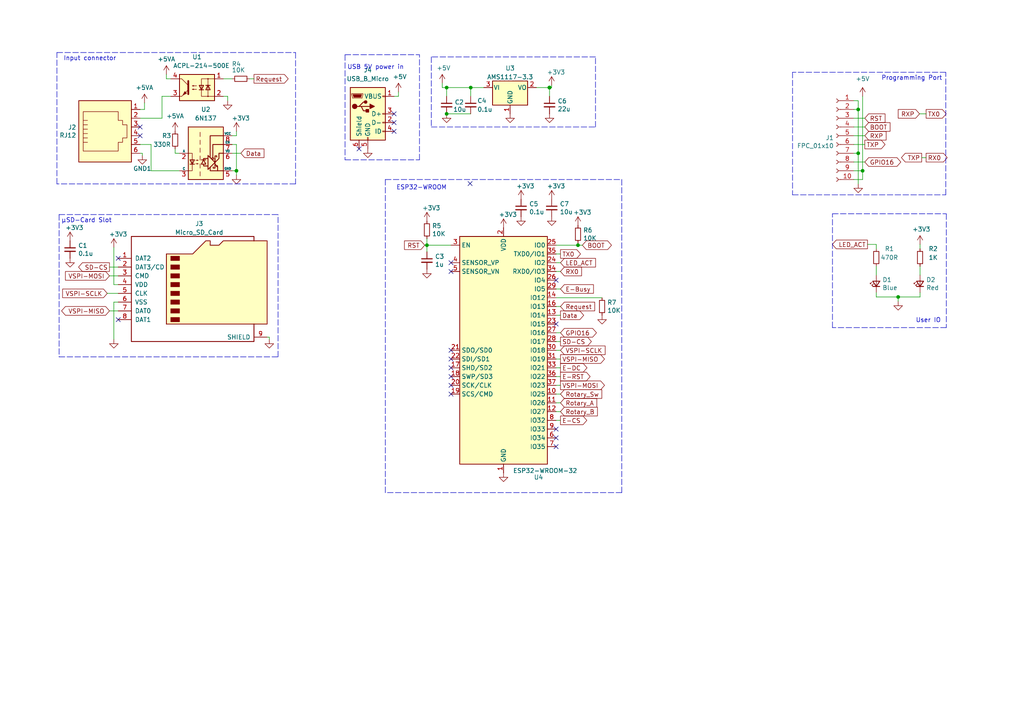
<source format=kicad_sch>
(kicad_sch (version 20211123) (generator eeschema)
  (paper "A4")
  (title_block (title "HAN Converter") (rev "1.0") (company "Sani7") (comment 1 "github.com/Sani7/SEM") (comment 2 "(c) Sander Speetjens"))
  (lib_symbols
    (symbol "Connector:Conn_01x10_Female" (pin_names (offset 1.016) hide)
      (property "Reference" "J" (at 0 12.7 0))
      (property "Value" "Conn_01x10_Female" (at 0 -15.24 0))
      (symbol "Conn_01x10_Female_1_1"
        (arc (start 0 -12.192) (mid -0.508 -12.7) (end 0 -13.208) (stroke (width 0.1524)))
        (arc (start 0 -9.652) (mid -0.508 -10.16) (end 0 -10.668) (stroke (width 0.1524)))
        (arc (start 0 -7.112) (mid -0.508 -7.62) (end 0 -8.128) (stroke (width 0.1524)))
        (arc (start 0 -4.572) (mid -0.508 -5.08) (end 0 -5.588) (stroke (width 0.1524)))
        (arc (start 0 -2.032) (mid -0.508 -2.54) (end 0 -3.048) (stroke (width 0.1524)))
        (polyline (pts (xy -1.27 -12.7) (xy -0.508 -12.7)) (stroke (width 0.1524)))
        (polyline (pts (xy -1.27 -10.16) (xy -0.508 -10.16)) (stroke (width 0.1524)))
        (polyline (pts (xy -1.27 -7.62) (xy -0.508 -7.62)) (stroke (width 0.1524)))
        (polyline (pts (xy -1.27 -5.08) (xy -0.508 -5.08)) (stroke (width 0.1524)))
        (polyline (pts (xy -1.27 -2.54) (xy -0.508 -2.54)) (stroke (width 0.1524)))
        (polyline (pts (xy -1.27 0) (xy -0.508 0)) (stroke (width 0.1524)))
        (polyline (pts (xy -1.27 2.54) (xy -0.508 2.54)) (stroke (width 0.1524)))
        (polyline (pts (xy -1.27 5.08) (xy -0.508 5.08)) (stroke (width 0.1524)))
        (polyline (pts (xy -1.27 7.62) (xy -0.508 7.62)) (stroke (width 0.1524)))
        (polyline (pts (xy -1.27 10.16) (xy -0.508 10.16)) (stroke (width 0.1524)))
        (arc (start 0 0.508) (mid -0.508 0) (end 0 -0.508) (stroke (width 0.1524)))
        (arc (start 0 3.048) (mid -0.508 2.54) (end 0 2.032) (stroke (width 0.1524)))
        (arc (start 0 5.588) (mid -0.508 5.08) (end 0 4.572) (stroke (width 0.1524)))
        (arc (start 0 8.128) (mid -0.508 7.62) (end 0 7.112) (stroke (width 0.1524)))
        (arc (start 0 10.668) (mid -0.508 10.16) (end 0 9.652) (stroke (width 0.1524)))
        (pin passive line (at -5.08 10.16 0) (length 3.81) (name "Pin_1") (number "1"))
        (pin passive line (at -5.08 -12.7 0) (length 3.81) (name "Pin_10") (number "10"))
        (pin passive line (at -5.08 7.62 0) (length 3.81) (name "Pin_2") (number "2"))
        (pin passive line (at -5.08 5.08 0) (length 3.81) (name "Pin_3") (number "3"))
        (pin passive line (at -5.08 2.54 0) (length 3.81) (name "Pin_4") (number "4"))
        (pin passive line (at -5.08 0 0) (length 3.81) (name "Pin_5") (number "5"))
        (pin passive line (at -5.08 -2.54 0) (length 3.81) (name "Pin_6") (number "6"))
        (pin passive line (at -5.08 -5.08 0) (length 3.81) (name "Pin_7") (number "7"))
        (pin passive line (at -5.08 -7.62 0) (length 3.81) (name "Pin_8") (number "8"))
        (pin passive line (at -5.08 -10.16 0) (length 3.81) (name "Pin_9") (number "9"))
      )
    )
    (symbol "Connector:Micro_SD_Card" (pin_names (offset 1.016))
      (property "Reference" "J" (at -16.51 15.24 0))
      (property "Value" "Micro_SD_Card" (at 16.51 15.24 0))
      (symbol "Micro_SD_Card_0_1"
        (rectangle (start -7.62 -9.525) (end -5.08 -10.795) (fill (type outline)))
        (rectangle (start -7.62 -6.985) (end -5.08 -8.255) (fill (type outline)))
        (rectangle (start -7.62 -4.445) (end -5.08 -5.715) (fill (type outline)))
        (rectangle (start -7.62 -1.905) (end -5.08 -3.175) (fill (type outline)))
        (rectangle (start -7.62 0.635) (end -5.08 -0.635) (fill (type outline)))
        (rectangle (start -7.62 3.175) (end -5.08 1.905) (fill (type outline)))
        (rectangle (start -7.62 5.715) (end -5.08 4.445) (fill (type outline)))
        (rectangle (start -7.62 8.255) (end -5.08 6.985) (fill (type outline)))
        (polyline (pts (xy 16.51 12.7) (xy 16.51 13.97) (xy -19.05 13.97) (xy -19.05 -16.51) (xy 16.51 -16.51) (xy 16.51 -11.43)) (stroke (width 0.254)))
        (polyline (pts (xy -8.89 -11.43) (xy -8.89 8.89) (xy -1.27 8.89) (xy 2.54 12.7) (xy 3.81 12.7) (xy 3.81 11.43) (xy 6.35 11.43) (xy 7.62 12.7) (xy 20.32 12.7) (xy 20.32 -11.43) (xy -8.89 -11.43)) (stroke (width 0.254)) (fill (type background)))
      )
      (symbol "Micro_SD_Card_1_1"
        (pin bidirectional line (at -22.86 7.62 0) (length 3.81) (name "DAT2") (number "1"))
        (pin bidirectional line (at -22.86 5.08 0) (length 3.81) (name "DAT3/CD") (number "2"))
        (pin input line (at -22.86 2.54 0) (length 3.81) (name "CMD") (number "3"))
        (pin power_in line (at -22.86 0 0) (length 3.81) (name "VDD") (number "4"))
        (pin input line (at -22.86 -2.54 0) (length 3.81) (name "CLK") (number "5"))
        (pin power_in line (at -22.86 -5.08 0) (length 3.81) (name "VSS") (number "6"))
        (pin bidirectional line (at -22.86 -7.62 0) (length 3.81) (name "DAT0") (number "7"))
        (pin bidirectional line (at -22.86 -10.16 0) (length 3.81) (name "DAT1") (number "8"))
        (pin passive line (at 20.32 -15.24 180) (length 3.81) (name "SHIELD") (number "9"))
      )
    )
    (symbol "Connector:RJ12" (pin_names (offset 1.016))
      (property "Reference" "J" (at -5.08 11.43 0))
      (property "Value" "RJ12" (at 2.54 11.43 0))
      (symbol "RJ12_0_1"
        (polyline (pts (xy -6.35 -1.905) (xy -5.08 -1.905) (xy -5.08 -1.905)))
        (polyline (pts (xy -6.35 -0.635) (xy -5.08 -0.635) (xy -5.08 -0.635)))
        (polyline (pts (xy -6.35 0.635) (xy -5.08 0.635) (xy -5.08 0.635)))
        (polyline (pts (xy -6.35 1.905) (xy -5.08 1.905) (xy -5.08 1.905)))
        (polyline (pts (xy -6.35 3.175) (xy -5.08 3.175) (xy -5.08 3.175)))
        (polyline (pts (xy -5.08 4.445) (xy -6.35 4.445) (xy -6.35 4.445)))
        (polyline (pts (xy -6.35 -4.445) (xy -6.35 6.985) (xy 3.81 6.985) (xy 3.81 4.445) (xy 5.08 4.445) (xy 5.08 3.175) (xy 6.35 3.175) (xy 6.35 -0.635) (xy 5.08 -0.635) (xy 5.08 -1.905) (xy 3.81 -1.905) (xy 3.81 -4.445) (xy -6.35 -4.445) (xy -6.35 -4.445)))
        (rectangle (start 7.62 10.16) (end -7.62 -7.62) (stroke (width 0.254)) (fill (type background)))
      )
      (symbol "RJ12_1_1"
        (pin passive line (at 10.16 -5.08 180) (length 2.54) (name "~") (number "1"))
        (pin passive line (at 10.16 -2.54 180) (length 2.54) (name "~") (number "2"))
        (pin passive line (at 10.16 0 180) (length 2.54) (name "~") (number "3"))
        (pin passive line (at 10.16 2.54 180) (length 2.54) (name "~") (number "4"))
        (pin passive line (at 10.16 5.08 180) (length 2.54) (name "~") (number "5"))
        (pin passive line (at 10.16 7.62 180) (length 2.54) (name "~") (number "6"))
      )
    )
    (symbol "Connector:USB_B_Micro" (pin_names (offset 1.016))
      (property "Reference" "J" (at -5.08 11.43 0))
      (property "Value" "USB_B_Micro" (at -5.08 8.89 0))
      (symbol "USB_B_Micro_0_1"
        (rectangle (start -5.08 -7.62) (end 5.08 7.62) (stroke (width 0.254)) (fill (type background)))
        (circle (center -3.81 2.159) (radius 0.635) (stroke (width 0.254)) (fill (type outline)))
        (circle (center -0.635 3.429) (radius 0.381) (stroke (width 0.254)) (fill (type outline)))
        (rectangle (start -0.127 -7.62) (end 0.127 -6.858))
        (polyline (pts (xy -1.905 2.159) (xy 0.635 2.159)) (stroke (width 0.254)))
        (polyline (pts (xy -3.175 2.159) (xy -2.54 2.159) (xy -1.27 3.429) (xy -0.635 3.429)) (stroke (width 0.254)))
        (polyline (pts (xy -2.54 2.159) (xy -1.905 2.159) (xy -1.27 0.889) (xy 0 0.889)) (stroke (width 0.254)))
        (polyline (pts (xy 0.635 2.794) (xy 0.635 1.524) (xy 1.905 2.159) (xy 0.635 2.794)) (stroke (width 0.254)) (fill (type outline)))
        (polyline (pts (xy -4.318 5.588) (xy -1.778 5.588) (xy -2.032 4.826) (xy -4.064 4.826) (xy -4.318 5.588)) (fill (type outline)))
        (polyline (pts (xy -4.699 5.842) (xy -4.699 5.588) (xy -4.445 4.826) (xy -4.445 4.572) (xy -1.651 4.572) (xy -1.651 4.826) (xy -1.397 5.588) (xy -1.397 5.842) (xy -4.699 5.842)))
        (rectangle (start 0.254 1.27) (end -0.508 0.508) (stroke (width 0.254)) (fill (type outline)))
        (rectangle (start 5.08 -5.207) (end 4.318 -4.953))
        (rectangle (start 5.08 -2.667) (end 4.318 -2.413))
        (rectangle (start 5.08 -0.127) (end 4.318 0.127))
        (rectangle (start 5.08 4.953) (end 4.318 5.207))
      )
      (symbol "USB_B_Micro_1_1"
        (pin power_out line (at 7.62 5.08 180) (length 2.54) (name "VBUS") (number "1"))
        (pin bidirectional line (at 7.62 -2.54 180) (length 2.54) (name "D-") (number "2"))
        (pin bidirectional line (at 7.62 0 180) (length 2.54) (name "D+") (number "3"))
        (pin passive line (at 7.62 -5.08 180) (length 2.54) (name "ID") (number "4"))
        (pin power_out line (at 0 -10.16 90) (length 2.54) (name "GND") (number "5"))
        (pin passive line (at -2.54 -10.16 90) (length 2.54) (name "Shield") (number "6"))
      )
    )
    (symbol "Device:C_Small" (pin_numbers hide) (pin_names (offset 0.254) hide)
      (property "Reference" "C" (at 0.254 1.778 0))
      (property "Value" "C_Small" (at 0.254 -2.032 0))
      (symbol "C_Small_0_1"
        (polyline (pts (xy -1.524 -0.508) (xy 1.524 -0.508)) (stroke (width 0.3302)))
        (polyline (pts (xy -1.524 0.508) (xy 1.524 0.508)) (stroke (width 0.3048)))
      )
      (symbol "C_Small_1_1"
        (pin passive line (at 0 2.54 270) (length 2.032) (name "~") (number "1"))
        (pin passive line (at 0 -2.54 90) (length 2.032) (name "~") (number "2"))
      )
    )
    (symbol "Device:LED_Small" (pin_numbers hide) (pin_names (offset 0.254) hide)
      (property "Reference" "D" (at -1.27 3.175 0))
      (property "Value" "LED_Small" (at -4.445 -2.54 0))
      (symbol "LED_Small_0_1"
        (polyline (pts (xy -0.762 -1.016) (xy -0.762 1.016)) (stroke (width 0.254)))
        (polyline (pts (xy 1.016 0) (xy -0.762 0)))
        (polyline (pts (xy 0.762 -1.016) (xy -0.762 0) (xy 0.762 1.016) (xy 0.762 -1.016)) (stroke (width 0.254)))
        (polyline (pts (xy 0 0.762) (xy -0.508 1.27) (xy -0.254 1.27) (xy -0.508 1.27) (xy -0.508 1.016)))
        (polyline (pts (xy 0.508 1.27) (xy 0 1.778) (xy 0.254 1.778) (xy 0 1.778) (xy 0 1.524)))
      )
      (symbol "LED_Small_1_1"
        (pin passive line (at -2.54 0 0) (length 1.778) (name "K") (number "1"))
        (pin passive line (at 2.54 0 180) (length 1.778) (name "A") (number "2"))
      )
    )
    (symbol "Device:R_Small" (pin_numbers hide) (pin_names (offset 0.254) hide)
      (property "Reference" "R" (at 0.762 0.508 0))
      (property "Value" "R_Small" (at 0.762 -1.016 0))
      (symbol "R_Small_0_1"
        (rectangle (start -0.762 1.778) (end 0.762 -1.778) (stroke (width 0.2032)))
      )
      (symbol "R_Small_1_1"
        (pin passive line (at 0 2.54 270) (length 0.762) (name "~") (number "1"))
        (pin passive line (at 0 -2.54 90) (length 0.762) (name "~") (number "2"))
      )
    )
    (symbol "Isolator:6N137" (pin_names (offset 0))
      (property "Reference" "U" (at -4.064 8.89 0))
      (property "Value" "6N137" (at 0 -8.89 0))
      (symbol "6N137_0_1"
        (polyline (pts (xy 2.667 -3.556) (xy 2.667 -1.651)) (stroke (width 0.254)))
        (polyline (pts (xy 2.667 -2.159) (xy 2.667 -2.921)) (stroke (width 0.254)))
        (polyline (pts (xy 3.429 -3.937) (xy 3.429 -5.08)) (stroke (width 0.254)))
        (polyline (pts (xy -0.635 -3.302) (xy -0.635 -3.683) (xy 0.635 -3.683)) (stroke (width 0.254)))
        (polyline (pts (xy -0.635 -1.905) (xy -0.635 -1.524) (xy 0.508 -1.524)) (stroke (width 0.254)))
        (polyline (pts (xy 1.27 -4.064) (xy 1.27 -5.08) (xy 5.08 -5.08)) (stroke (width 0.254)))
        (polyline (pts (xy 1.27 -1.27) (xy 1.27 5.08) (xy 5.08 5.08)) (stroke (width 0.254)))
        (polyline (pts (xy 2.032 -1.27) (xy 2.032 2.54) (xy 5.08 2.54)) (stroke (width 0.254)))
        (polyline (pts (xy -5.08 -5.08) (xy -3.937 -5.08) (xy -3.937 0) (xy -5.08 0)))
        (polyline (pts (xy 2.667 -3.302) (xy 2.667 -4.318) (xy 2.159 -4.318) (xy 2.159 -3.937)) (stroke (width 0.254)))
        (polyline (pts (xy 2.667 -2.667) (xy 0.635 -4.699) (xy 0.635 -0.635) (xy 2.667 -2.667)) (stroke (width 0.254)))
        (polyline (pts (xy 2.667 -1.778) (xy 2.667 -0.762) (xy 3.175 -0.762) (xy 3.175 -1.143)) (stroke (width 0.254)))
        (polyline (pts (xy 2.794 -2.54) (xy 3.81 -1.524) (xy 3.81 0) (xy 5.08 0)) (stroke (width 0.254)))
        (polyline (pts (xy 2.667 -3.175) (xy 3.429 -3.937) (xy 3.302 -3.556) (xy 3.048 -3.81) (xy 3.429 -3.937)) (stroke (width 0.254)))
        (circle (center 2.032 -1.524) (radius 0.254) (stroke (width 0.254)))
      )
      (symbol "6N137_1_1"
        (rectangle (start -5.08 7.62) (end 5.08 -7.62) (stroke (width 0.254)) (fill (type background)))
        (polyline (pts (xy -4.572 -3.175) (xy -3.302 -3.175)) (stroke (width 0.254)))
        (polyline (pts (xy -1.651 -5.334) (xy -1.651 -6.604)))
        (polyline (pts (xy -1.651 -3.048) (xy -1.651 -4.318)))
        (polyline (pts (xy -1.651 -0.762) (xy -1.651 -2.032)))
        (polyline (pts (xy -1.651 1.524) (xy -1.651 0.254)))
        (polyline (pts (xy -1.651 3.81) (xy -1.651 2.54)))
        (polyline (pts (xy -1.651 6.096) (xy -1.651 4.826)))
        (polyline (pts (xy -1.27 -1.905) (xy 0 -1.905)) (stroke (width 0.254)))
        (polyline (pts (xy -3.937 -3.175) (xy -4.572 -1.905) (xy -3.302 -1.905) (xy -3.937 -3.175)) (stroke (width 0.254)))
        (polyline (pts (xy -0.635 -1.905) (xy -1.27 -3.175) (xy 0 -3.175) (xy -0.635 -1.905)) (stroke (width 0.254)))
        (polyline (pts (xy -2.921 -3.048) (xy -2.159 -3.048) (xy -2.54 -3.175) (xy -2.54 -2.921) (xy -2.159 -3.048)) (stroke (width 0.127)))
        (polyline (pts (xy -2.921 -2.032) (xy -2.159 -2.032) (xy -2.54 -2.159) (xy -2.54 -1.905) (xy -2.159 -2.032)) (stroke (width 0.127)))
        (pin no_connect line (at -5.08 5.08 0) (length 2.54) hide (name "NC") (number "1"))
        (pin passive line (at -7.62 0 0) (length 2.54) (name "A") (number "2"))
        (pin passive line (at -7.62 -5.08 0) (length 2.54) (name "C") (number "3"))
        (pin power_in line (at 7.62 -5.08 180) (length 2.54) (name "GND") (number "5"))
        (pin open_collector line (at 7.62 0 180) (length 2.54) (name "VO") (number "6"))
        (pin input line (at 7.62 2.54 180) (length 2.54) (name "EN") (number "7"))
        (pin power_in line (at 7.62 5.08 180) (length 2.54) (name "VCC") (number "8"))
      )
    )
    (symbol "Isolator:ACPL-214-500E" (pin_names (offset 1.016))
      (property "Reference" "U" (at -5.08 5.08 0))
      (property "Value" "ACPL-214-500E" (at 0 5.08 0))
      (symbol "ACPL-214-500E_0_1"
        (rectangle (start -5.08 3.81) (end 5.08 -3.81) (stroke (width 0.254)) (fill (type background)))
        (circle (center -3.175 -2.54) (radius 0.127))
        (circle (center -3.175 2.54) (radius 0.127))
        (polyline (pts (xy -3.81 0.635) (xy -2.54 0.635)) (stroke (width 0.254)))
        (polyline (pts (xy -3.175 -0.635) (xy -3.175 -2.54)))
        (polyline (pts (xy -3.175 -0.635) (xy -3.175 2.54)))
        (polyline (pts (xy -1.905 -0.635) (xy -0.635 -0.635)) (stroke (width 0.254)))
        (polyline (pts (xy 2.54 0.635) (xy 4.445 2.54)))
        (polyline (pts (xy 4.445 -2.54) (xy 2.54 -0.635)) (fill (type outline)))
        (polyline (pts (xy 4.445 -2.54) (xy 5.08 -2.54)))
        (polyline (pts (xy 4.445 2.54) (xy 5.08 2.54)))
        (polyline (pts (xy -5.08 2.54) (xy -1.27 2.54) (xy -1.27 -0.635)))
        (polyline (pts (xy -1.27 -0.635) (xy -1.27 -2.54) (xy -5.08 -2.54)))
        (polyline (pts (xy 2.54 1.905) (xy 2.54 -1.905) (xy 2.54 -1.905)) (stroke (width 0.508)))
        (polyline (pts (xy -3.175 0.635) (xy -3.81 -0.635) (xy -2.54 -0.635) (xy -3.175 0.635)) (stroke (width 0.254)))
        (polyline (pts (xy -1.27 -0.635) (xy -1.905 0.635) (xy -0.635 0.635) (xy -1.27 -0.635)) (stroke (width 0.254)))
        (polyline (pts (xy 0.127 -0.508) (xy 1.397 -0.508) (xy 1.016 -0.635) (xy 1.016 -0.381) (xy 1.397 -0.508)))
        (polyline (pts (xy 0.127 0.508) (xy 1.397 0.508) (xy 1.016 0.381) (xy 1.016 0.635) (xy 1.397 0.508)))
        (polyline (pts (xy 3.048 -1.651) (xy 3.556 -1.143) (xy 4.064 -2.159) (xy 3.048 -1.651) (xy 3.048 -1.651)) (fill (type outline)))
      )
      (symbol "ACPL-214-500E_1_1"
        (pin passive line (at -7.62 2.54 0) (length 2.54) (name "~") (number "1"))
        (pin passive line (at -7.62 -2.54 0) (length 2.54) (name "~") (number "2"))
        (pin passive line (at 7.62 -2.54 180) (length 2.54) (name "~") (number "3"))
        (pin passive line (at 7.62 2.54 180) (length 2.54) (name "~") (number "4"))
      )
    )
    (symbol "RF_Module:ESP32-WROOM-32"
      (property "Reference" "U" (at -12.7 34.29 0))
      (property "Value" "ESP32-WROOM-32" (at 1.27 34.29 0))
      (symbol "ESP32-WROOM-32_0_1"
        (rectangle (start -12.7 33.02) (end 12.7 -33.02) (stroke (width 0.254)) (fill (type background)))
      )
      (symbol "ESP32-WROOM-32_1_1"
        (pin power_in line (at 0 -35.56 90) (length 2.54) (name "GND") (number "1"))
        (pin bidirectional line (at 15.24 -12.7 180) (length 2.54) (name "IO25") (number "10"))
        (pin bidirectional line (at 15.24 -15.24 180) (length 2.54) (name "IO26") (number "11"))
        (pin bidirectional line (at 15.24 -17.78 180) (length 2.54) (name "IO27") (number "12"))
        (pin bidirectional line (at 15.24 10.16 180) (length 2.54) (name "IO14") (number "13"))
        (pin bidirectional line (at 15.24 15.24 180) (length 2.54) (name "IO12") (number "14"))
        (pin passive line (at 0 -35.56 90) (length 2.54) hide (name "GND") (number "15"))
        (pin bidirectional line (at 15.24 12.7 180) (length 2.54) (name "IO13") (number "16"))
        (pin bidirectional line (at -15.24 -5.08 0) (length 2.54) (name "SHD/SD2") (number "17"))
        (pin bidirectional line (at -15.24 -7.62 0) (length 2.54) (name "SWP/SD3") (number "18"))
        (pin bidirectional line (at -15.24 -12.7 0) (length 2.54) (name "SCS/CMD") (number "19"))
        (pin power_in line (at 0 35.56 270) (length 2.54) (name "VDD") (number "2"))
        (pin bidirectional line (at -15.24 -10.16 0) (length 2.54) (name "SCK/CLK") (number "20"))
        (pin bidirectional line (at -15.24 0 0) (length 2.54) (name "SDO/SD0") (number "21"))
        (pin bidirectional line (at -15.24 -2.54 0) (length 2.54) (name "SDI/SD1") (number "22"))
        (pin bidirectional line (at 15.24 7.62 180) (length 2.54) (name "IO15") (number "23"))
        (pin bidirectional line (at 15.24 25.4 180) (length 2.54) (name "IO2") (number "24"))
        (pin bidirectional line (at 15.24 30.48 180) (length 2.54) (name "IO0") (number "25"))
        (pin bidirectional line (at 15.24 20.32 180) (length 2.54) (name "IO4") (number "26"))
        (pin bidirectional line (at 15.24 5.08 180) (length 2.54) (name "IO16") (number "27"))
        (pin bidirectional line (at 15.24 2.54 180) (length 2.54) (name "IO17") (number "28"))
        (pin bidirectional line (at 15.24 17.78 180) (length 2.54) (name "IO5") (number "29"))
        (pin input line (at -15.24 30.48 0) (length 2.54) (name "EN") (number "3"))
        (pin bidirectional line (at 15.24 0 180) (length 2.54) (name "IO18") (number "30"))
        (pin bidirectional line (at 15.24 -2.54 180) (length 2.54) (name "IO19") (number "31"))
        (pin no_connect line (at -12.7 -27.94 0) (length 2.54) hide (name "NC") (number "32"))
        (pin bidirectional line (at 15.24 -5.08 180) (length 2.54) (name "IO21") (number "33"))
        (pin bidirectional line (at 15.24 22.86 180) (length 2.54) (name "RXD0/IO3") (number "34"))
        (pin bidirectional line (at 15.24 27.94 180) (length 2.54) (name "TXD0/IO1") (number "35"))
        (pin bidirectional line (at 15.24 -7.62 180) (length 2.54) (name "IO22") (number "36"))
        (pin bidirectional line (at 15.24 -10.16 180) (length 2.54) (name "IO23") (number "37"))
        (pin passive line (at 0 -35.56 90) (length 2.54) hide (name "GND") (number "38"))
        (pin passive line (at 0 -35.56 90) (length 2.54) hide (name "GND") (number "39"))
        (pin input line (at -15.24 25.4 0) (length 2.54) (name "SENSOR_VP") (number "4"))
        (pin input line (at -15.24 22.86 0) (length 2.54) (name "SENSOR_VN") (number "5"))
        (pin input line (at 15.24 -25.4 180) (length 2.54) (name "IO34") (number "6"))
        (pin input line (at 15.24 -27.94 180) (length 2.54) (name "IO35") (number "7"))
        (pin bidirectional line (at 15.24 -20.32 180) (length 2.54) (name "IO32") (number "8"))
        (pin bidirectional line (at 15.24 -22.86 180) (length 2.54) (name "IO33") (number "9"))
      )
    )
    (symbol "Regulator_Linear:AMS1117-3.3" (pin_names (offset 0.254))
      (property "Reference" "U" (at -3.81 3.175 0))
      (property "Value" "AMS1117-3.3" (at 0 3.175 0))
      (symbol "AMS1117-3.3_0_1"
        (rectangle (start -5.08 -5.08) (end 5.08 1.905) (stroke (width 0.254)) (fill (type background)))
      )
      (symbol "AMS1117-3.3_1_1"
        (pin power_in line (at 0 -7.62 90) (length 2.54) (name "GND") (number "1"))
        (pin power_out line (at 7.62 0 180) (length 2.54) (name "VO") (number "2"))
        (pin power_in line (at -7.62 0 0) (length 2.54) (name "VI") (number "3"))
      )
    )
    (symbol "power:+3.3V" (power) (pin_names (offset 0))
      (property "Value" "+3.3V" (at 0 3.556 0))
      (symbol "+3.3V_0_1"
        (polyline (pts (xy -0.762 1.27) (xy 0 2.54)))
        (polyline (pts (xy 0 0) (xy 0 2.54)))
        (polyline (pts (xy 0 2.54) (xy 0.762 1.27)))
      )
      (symbol "+3.3V_1_1"
        (pin power_in line (at 0 0 90) (length 0) hide (name "+3V3") (number "1"))
      )
    )
    (symbol "power:+5V" (power) (pin_names (offset 0))
      (property "Value" "+5V" (at 0 3.556 0))
      (symbol "+5V_0_1"
        (polyline (pts (xy -0.762 1.27) (xy 0 2.54)))
        (polyline (pts (xy 0 0) (xy 0 2.54)))
        (polyline (pts (xy 0 2.54) (xy 0.762 1.27)))
      )
      (symbol "+5V_1_1"
        (pin power_in line (at 0 0 90) (length 0) hide (name "+5V") (number "1"))
      )
    )
    (symbol "power:+5VA" (power) (pin_names (offset 0))
      (property "Value" "+5VA" (at 0 3.556 0))
      (symbol "+5VA_0_1"
        (polyline (pts (xy -0.762 1.27) (xy 0 2.54)))
        (polyline (pts (xy 0 0) (xy 0 2.54)))
        (polyline (pts (xy 0 2.54) (xy 0.762 1.27)))
      )
      (symbol "+5VA_1_1"
        (pin power_in line (at 0 0 90) (length 0) hide (name "+5VA") (number "1"))
      )
    )
    (symbol "power:GND" (power) (pin_names (offset 0))
      (property "Value" "GND" (at 0 -3.81 0))
      (symbol "GND_0_1"
        (polyline (pts (xy 0 0) (xy 0 -1.27) (xy 1.27 -1.27) (xy 0 -2.54) (xy -1.27 -1.27) (xy 0 -1.27)))
      )
      (symbol "GND_1_1"
        (pin power_in line (at 0 0 270) (length 0) hide (name "GND") (number "1"))
      )
    )
    (symbol "power:GND1" (power) (pin_names (offset 0))
      (property "Value" "GND1" (at 0 -3.81 0))
      (symbol "GND1_0_1"
        (polyline (pts (xy 0 0) (xy 0 -1.27) (xy 1.27 -1.27) (xy 0 -2.54) (xy -1.27 -1.27) (xy 0 -1.27)))
      )
      (symbol "GND1_1_1"
        (pin power_in line (at 0 0 270) (length 0) hide (name "GND1") (number "1"))
      )
    )
  )
  (junction (at 159.3596 25.4))
  (junction (at 250.19 49.53))
  (junction (at 123.825 71.12))
  (junction (at 260.5024 86.1314))
  (junction (at 248.92 44.45))
  (junction (at 248.92 31.75))
  (junction (at 159.385 25.4))
  (junction (at 167.64 71.12))
  (junction (at 136.525 25.4))
  (junction (at 68.58 49.53))
  (junction (at 129.54 25.4))
  (junction (at 129.54 33.02))
  (no_connect (at 130.81 78.74))
  (no_connect (at 130.81 106.68))
  (no_connect (at 161.29 129.54))
  (no_connect (at 161.29 127))
  (no_connect (at 130.81 111.76))
  (no_connect (at 104.14 43.18))
  (no_connect (at 130.81 101.6))
  (no_connect (at 136.3472 53.2384))
  (no_connect (at 130.81 114.3))
  (no_connect (at 161.29 93.98))
  (no_connect (at 130.81 76.2))
  (no_connect (at 161.29 124.46))
  (no_connect (at 161.29 81.28))
  (no_connect (at 114.3 38.1))
  (no_connect (at 114.3 35.56))
  (no_connect (at 114.3 33.02))
  (no_connect (at 130.81 104.14))
  (no_connect (at 40.64 36.83))
  (no_connect (at 34.29 74.93))
  (no_connect (at 34.29 92.71))
  (no_connect (at 130.81 109.22))
  (no_connect (at 40.64 39.37))
  (wire (pts (xy 247.65 39.37) (xy 250.825 39.37)))
  (wire (pts (xy 250.19 52.07) (xy 247.65 52.07)))
  (polyline (pts (xy 241.4524 95.0214) (xy 241.4524 62.0014)))
  (wire (pts (xy 68.58 39.37) (xy 68.58 38.1)))
  (wire (pts (xy 248.92 29.21) (xy 247.65 29.21)))
  (wire (pts (xy 46.99 27.94) (xy 49.53 27.94)))
  (wire (pts (xy 250.19 27.94) (xy 250.19 49.53)))
  (wire (pts (xy 161.29 109.22) (xy 162.56 109.22)))
  (wire (pts (xy 40.64 41.91) (xy 43.815 41.91)))
  (wire (pts (xy 254.1524 86.1314) (xy 260.5024 86.1314)))
  (wire (pts (xy 161.29 106.68) (xy 162.56 106.68)))
  (wire (pts (xy 161.29 104.14) (xy 162.56 104.14)))
  (wire (pts (xy 266.8524 86.1314) (xy 266.8524 84.8614)))
  (wire (pts (xy 161.29 114.3) (xy 162.56 114.3)))
  (wire (pts (xy 40.64 31.75) (xy 41.91 31.75)))
  (wire (pts (xy 161.29 71.12) (xy 167.64 71.12)))
  (wire (pts (xy 129.54 25.4) (xy 136.525 25.4)))
  (wire (pts (xy 162.56 73.66) (xy 161.29 73.66)))
  (polyline (pts (xy 241.4524 62.0014) (xy 274.4724 62.0014)))
  (wire (pts (xy 46.99 34.29) (xy 46.99 27.94)))
  (polyline (pts (xy 16.51 15.24) (xy 85.725 15.24)))
  (wire (pts (xy 248.92 44.45) (xy 248.92 31.75)))
  (wire (pts (xy 260.5024 86.1314) (xy 266.8524 86.1314)))
  (wire (pts (xy 64.77 27.94) (xy 66.04 27.94)))
  (wire (pts (xy 159.9946 25.4) (xy 159.385 25.4)))
  (wire (pts (xy 41.275 44.45) (xy 41.275 45.085)))
  (wire (pts (xy 123.825 73.025) (xy 123.825 71.12)))
  (polyline (pts (xy 125.095 36.83) (xy 172.72 36.83)))
  (wire (pts (xy 161.29 121.92) (xy 162.56 121.92)))
  (wire (pts (xy 78.105 98.425) (xy 78.105 97.79)))
  (wire (pts (xy 123.825 71.12) (xy 130.81 71.12)))
  (polyline (pts (xy 17.145 103.505) (xy 80.645 103.505)))
  (wire (pts (xy 33.02 82.55) (xy 33.02 71.755)))
  (wire (pts (xy 162.56 96.52) (xy 161.29 96.52)))
  (wire (pts (xy 251.6124 70.8914) (xy 254.1524 70.8914)))
  (wire (pts (xy 250.825 46.99) (xy 247.65 46.99)))
  (wire (pts (xy 250.825 34.29) (xy 247.65 34.29)))
  (wire (pts (xy 67.31 41.91) (xy 68.58 41.91)))
  (wire (pts (xy 67.31 39.37) (xy 68.58 39.37)))
  (polyline (pts (xy 111.76 52.07) (xy 180.34 52.07)))
  (wire (pts (xy 266.7 33.02) (xy 268.605 33.02)))
  (wire (pts (xy 162.56 76.2) (xy 161.29 76.2)))
  (polyline (pts (xy 17.145 62.23) (xy 17.145 103.505)))
  (wire (pts (xy 40.64 44.45) (xy 41.275 44.45)))
  (wire (pts (xy 162.56 99.06) (xy 161.29 99.06)))
  (wire (pts (xy 31.115 85.09) (xy 34.29 85.09)))
  (wire (pts (xy 266.8524 70.8914) (xy 266.8524 72.1614)))
  (wire (pts (xy 260.5024 87.4014) (xy 260.5024 86.1314)))
  (wire (pts (xy 78.105 97.79) (xy 77.47 97.79)))
  (polyline (pts (xy 274.32 56.515) (xy 274.32 20.955)))
  (wire (pts (xy 41.91 31.75) (xy 41.91 29.845)))
  (wire (pts (xy 162.56 83.82) (xy 161.29 83.82)))
  (wire (pts (xy 159.385 25.4) (xy 159.385 27.94)))
  (wire (pts (xy 254.1524 70.8914) (xy 254.1524 72.1614)))
  (polyline (pts (xy 111.76 142.875) (xy 111.76 52.07)))
  (polyline (pts (xy 16.51 53.34) (xy 16.51 15.24)))
  (wire (pts (xy 34.29 82.55) (xy 33.02 82.55)))
  (wire (pts (xy 155.575 25.4) (xy 159.3596 25.4)))
  (wire (pts (xy 266.8524 77.2414) (xy 266.8524 79.7814)))
  (polyline (pts (xy 172.72 16.51) (xy 125.095 16.51)))
  (polyline (pts (xy 17.145 62.23) (xy 80.645 62.23)))
  (wire (pts (xy 115.57 27.94) (xy 115.57 26.67)))
  (wire (pts (xy 64.77 22.86) (xy 67.31 22.86)))
  (wire (pts (xy 31.75 80.01) (xy 34.29 80.01)))
  (wire (pts (xy 33.02 87.63) (xy 33.02 98.425)))
  (wire (pts (xy 67.31 49.53) (xy 68.58 49.53)))
  (wire (pts (xy 114.3 27.94) (xy 115.57 27.94)))
  (wire (pts (xy 161.29 111.76) (xy 162.56 111.76)))
  (wire (pts (xy 161.29 119.38) (xy 162.56 119.38)))
  (polyline (pts (xy 274.4724 62.0014) (xy 274.4724 95.0214)))
  (wire (pts (xy 162.56 78.74) (xy 161.29 78.74)))
  (polyline (pts (xy 180.34 142.875) (xy 111.76 142.875)))
  (polyline (pts (xy 100.076 15.875) (xy 121.666 15.875)))
  (wire (pts (xy 267.335 45.72) (xy 268.605 45.72)))
  (wire (pts (xy 159.385 25.4) (xy 159.3596 25.4)))
  (wire (pts (xy 136.525 25.4) (xy 140.335 25.4)))
  (wire (pts (xy 129.54 27.94) (xy 129.54 25.4)))
  (wire (pts (xy 167.64 70.485) (xy 167.64 71.12)))
  (wire (pts (xy 248.92 44.45) (xy 247.65 44.45)))
  (wire (pts (xy 247.65 41.91) (xy 250.825 41.91)))
  (wire (pts (xy 129.54 33.02) (xy 136.525 33.02)))
  (wire (pts (xy 123.825 69.215) (xy 123.825 71.12)))
  (wire (pts (xy 161.29 91.44) (xy 162.56 91.44)))
  (polyline (pts (xy 85.725 15.24) (xy 85.725 53.34)))
  (wire (pts (xy 68.58 49.53) (xy 68.58 50.8)))
  (polyline (pts (xy 100.076 46.355) (xy 121.666 46.355)))
  (wire (pts (xy 43.815 41.91) (xy 43.815 49.53)))
  (wire (pts (xy 254.1524 77.2414) (xy 254.1524 79.7814)))
  (wire (pts (xy 31.75 77.47) (xy 34.29 77.47)))
  (polyline (pts (xy 229.87 20.955) (xy 229.87 56.515)))
  (wire (pts (xy 68.58 41.91) (xy 68.58 49.53)))
  (wire (pts (xy 250.19 49.53) (xy 250.19 52.07)))
  (wire (pts (xy 48.26 21.59) (xy 48.26 22.86)))
  (wire (pts (xy 248.92 53.34) (xy 248.92 44.45)))
  (wire (pts (xy 48.26 22.86) (xy 49.53 22.86)))
  (wire (pts (xy 167.64 71.12) (xy 168.91 71.12)))
  (wire (pts (xy 50.8 43.18) (xy 50.8 44.45)))
  (polyline (pts (xy 125.095 16.51) (xy 125.095 36.83)))
  (polyline (pts (xy 180.34 52.07) (xy 180.34 142.875)))
  (polyline (pts (xy 100.076 15.875) (xy 100.076 46.355)))
  (wire (pts (xy 67.31 44.45) (xy 69.85 44.45)))
  (wire (pts (xy 50.8 44.45) (xy 52.07 44.45)))
  (wire (pts (xy 161.29 101.6) (xy 162.56 101.6)))
  (wire (pts (xy 247.65 49.53) (xy 250.19 49.53)))
  (wire (pts (xy 40.64 34.29) (xy 46.99 34.29)))
  (wire (pts (xy 66.04 27.94) (xy 66.04 29.21)))
  (wire (pts (xy 254.1524 84.8614) (xy 254.1524 86.1314)))
  (polyline (pts (xy 274.4724 95.0214) (xy 241.4524 95.0214)))
  (polyline (pts (xy 85.725 53.34) (xy 16.51 53.34)))
  (wire (pts (xy 31.75 90.17) (xy 34.29 90.17)))
  (polyline (pts (xy 274.32 20.955) (xy 229.87 20.955)))
  (wire (pts (xy 161.29 86.36) (xy 174.625 86.36)))
  (wire (pts (xy 72.39 22.86) (xy 73.66 22.86)))
  (polyline (pts (xy 121.666 46.355) (xy 121.666 15.875)))
  (polyline (pts (xy 172.72 36.83) (xy 172.72 16.51)))
  (wire (pts (xy 34.29 87.63) (xy 33.02 87.63)))
  (wire (pts (xy 136.525 25.4) (xy 136.525 27.94)))
  (wire (pts (xy 129.54 25.4) (xy 128.27 25.4)))
  (wire (pts (xy 161.29 116.84) (xy 162.56 116.84)))
  (wire (pts (xy 43.815 49.53) (xy 52.07 49.53)))
  (wire (pts (xy 128.27 25.4) (xy 128.27 24.13)))
  (polyline (pts (xy 80.645 103.505) (xy 80.645 62.23)))
  (wire (pts (xy 248.92 31.75) (xy 248.92 29.21)))
  (wire (pts (xy 248.92 31.75) (xy 247.65 31.75)))
  (wire (pts (xy 161.29 88.9) (xy 162.56 88.9)))
  (polyline (pts (xy 229.87 56.515) (xy 274.32 56.515)))
  (wire (pts (xy 250.825 36.83) (xy 247.65 36.83)))
  (wire (pts (xy 123.19 71.12) (xy 123.825 71.12)))
  (wire (pts (xy 159.9946 24.765) (xy 159.9946 25.4)))
  (text "Programming Port" (at 255.6256 23.4696 0) (effects (font (size 1.27 1.27)) (justify left bottom)))
  (text "USB 5V power in" (at 100.711 20.32 0) (effects (font (size 1.27 1.27)) (justify left bottom)))
  (text "µSD-Card Slot" (at 17.78 64.77 0) (effects (font (size 1.27 1.27)) (justify left bottom)))
  (text "Input connector" (at 18.415 17.78 0) (effects (font (size 1.27 1.27)) (justify left bottom)))
  (text "User IO" (at 265.5824 93.7514 0) (effects (font (size 1.27 1.27)) (justify left bottom)))
  (text "ESP32-WROOM" (at 114.935 55.245 0) (effects (font (size 1.27 1.27)) (justify left bottom)))
  (global_label "VSPI-MISO" (shape output) (at 162.56 104.14 0) (property "Intersheet References" "${INTERSHEET_REFS}" (effects hide)))
  (global_label "RX0" (shape output) (at 268.605 45.72 0) (property "Intersheet References" "${INTERSHEET_REFS}" (effects hide)))
  (global_label "GPIO16" (shape bidirectional) (at 250.825 46.99 0) (property "Intersheet References" "${INTERSHEET_REFS}" (effects hide)))
  (global_label "BOOT" (shape bidirectional) (at 168.91 71.12 0) (property "Intersheet References" "${INTERSHEET_REFS}" (effects hide)))
  (global_label "Data" (shape input) (at 69.85 44.45 0) (property "Intersheet References" "${INTERSHEET_REFS}" (effects hide)))
  (global_label "LED_ACT" (shape input) (at 162.56 76.2 0) (property "Intersheet References" "${INTERSHEET_REFS}" (effects hide)))
  (global_label "Request" (shape input) (at 162.56 88.9 0) (property "Intersheet References" "${INTERSHEET_REFS}" (effects hide)))
  (global_label "Rotary_Sw" (shape input) (at 162.56 114.3 0) (property "Intersheet References" "${INTERSHEET_REFS}" (effects hide)))
  (global_label "E-RST" (shape output) (at 162.56 109.22 0) (property "Intersheet References" "${INTERSHEET_REFS}" (effects hide)))
  (global_label "E-CS" (shape output) (at 162.56 121.92 0) (property "Intersheet References" "${INTERSHEET_REFS}" (effects hide)))
  (global_label "RX0" (shape input) (at 162.56 78.74 0) (property "Intersheet References" "${INTERSHEET_REFS}" (effects hide)))
  (global_label "E-Busy" (shape input) (at 162.56 83.82 0) (property "Intersheet References" "${INTERSHEET_REFS}" (effects hide)))
  (global_label "LED_ACT" (shape output) (at 251.6124 70.8914 180) (property "Intersheet References" "${INTERSHEET_REFS}" (effects hide)))
  (global_label "BOOT" (shape input) (at 250.825 36.83 0) (property "Intersheet References" "${INTERSHEET_REFS}" (effects hide)))
  (global_label "VSPI-MOSI" (shape output) (at 162.56 111.76 0) (property "Intersheet References" "${INTERSHEET_REFS}" (effects hide)))
  (global_label "Rotary_A" (shape input) (at 162.56 116.84 0) (property "Intersheet References" "${INTERSHEET_REFS}" (effects hide)))
  (global_label "RST" (shape input) (at 123.19 71.12 180) (property "Intersheet References" "${INTERSHEET_REFS}" (effects hide)))
  (global_label "TXP" (shape output) (at 267.335 45.72 180) (property "Intersheet References" "${INTERSHEET_REFS}" (effects hide)))
  (global_label "GPIO16" (shape bidirectional) (at 162.56 96.52 0) (property "Intersheet References" "${INTERSHEET_REFS}" (effects hide)))
  (global_label "Data" (shape output) (at 162.56 91.44 0) (property "Intersheet References" "${INTERSHEET_REFS}" (effects hide)))
  (global_label "VSPI-MOSI" (shape input) (at 31.75 80.01 180) (property "Intersheet References" "${INTERSHEET_REFS}" (effects hide)))
  (global_label "RST" (shape input) (at 250.825 34.29 0) (property "Intersheet References" "${INTERSHEET_REFS}" (effects hide)))
  (global_label "TX0" (shape output) (at 268.605 33.02 0) (property "Intersheet References" "${INTERSHEET_REFS}" (effects hide)))
  (global_label "VSPI-MISO" (shape bidirectional) (at 31.75 90.17 180) (property "Intersheet References" "${INTERSHEET_REFS}" (effects hide)))
  (global_label "TXP" (shape output) (at 250.825 41.91 0) (property "Intersheet References" "${INTERSHEET_REFS}" (effects hide)))
  (global_label "TX0" (shape output) (at 162.56 73.66 0) (property "Intersheet References" "${INTERSHEET_REFS}" (effects hide)))
  (global_label "VSPI-SCLK" (shape input) (at 162.56 101.6 0) (property "Intersheet References" "${INTERSHEET_REFS}" (effects hide)))
  (global_label "RXP" (shape input) (at 250.825 39.37 0) (property "Intersheet References" "${INTERSHEET_REFS}" (effects hide)))
  (global_label "VSPI-SCLK" (shape input) (at 31.115 85.09 180) (property "Intersheet References" "${INTERSHEET_REFS}" (effects hide)))
  (global_label "SD-CS" (shape output) (at 31.75 77.47 180) (property "Intersheet References" "${INTERSHEET_REFS}" (effects hide)))
  (global_label "Rotary_B" (shape input) (at 162.56 119.38 0) (property "Intersheet References" "${INTERSHEET_REFS}" (effects hide)))
  (global_label "Request" (shape output) (at 73.66 22.86 0) (property "Intersheet References" "${INTERSHEET_REFS}" (effects hide)))
  (global_label "SD-CS" (shape output) (at 162.56 99.06 0) (property "Intersheet References" "${INTERSHEET_REFS}" (effects hide)))
  (global_label "E-DC" (shape output) (at 162.56 106.68 0) (property "Intersheet References" "${INTERSHEET_REFS}" (effects hide)))
  (global_label "RXP" (shape input) (at 266.7 33.02 180) (property "Intersheet References" "${INTERSHEET_REFS}" (effects hide)))
  (symbol (lib_id "Connector:RJ12") (at 30.48 36.83 0) (mirror x) (unit 1)
    (property "Reference" "J2" (at 22.1234 36.9316 0) (effects (justify right)))
    (property "Value" "RJ12" (at 22.1234 39.243 0) (effects (justify right)))
    (property "Footprint" "Connector_RJ:RJ12_Amphenol_54601" (effects hide))
    (property "Datasheet" "2135977" (effects hide))
  )
  (symbol (lib_id "Device:C_Small") (at 159.385 30.48 0) (unit 1)
    (property "Reference" "C6" (at 161.7218 29.3116 0) (effects (justify left)))
    (property "Value" "22u" (at 161.7218 31.623 0) (effects (justify left)))
    (property "Footprint" "Capacitor_SMD:C_1812_4532Metric" (effects hide))
    (property "Datasheet" "1612213" (effects hide))
  )
  (symbol (lib_id "power:GND") (at 129.54 33.02 0) (unit 1)
    (property "Reference" "#PWR018" (effects hide))
    (property "Value" "GND" (effects hide))
  )
  (symbol (lib_id "power:GND") (at 159.385 33.02 0) (unit 1)
    (property "Reference" "#PWR028" (effects hide))
    (property "Value" "GND" (effects hide))
  )
  (symbol (lib_id "power:+5V") (at 128.27 24.13 0) (unit 1)
    (property "Reference" "#PWR017" (effects hide))
    (property "Value" "+5V" (at 128.651 19.7358 0))
  )
  (symbol (lib_id "power:GND") (at 147.955 33.02 0) (unit 1)
    (property "Reference" "#PWR023" (effects hide))
    (property "Value" "GND" (effects hide))
  )
  (symbol (lib_id "Connector:Conn_01x10_Female") (at 242.57 39.37 0) (mirror y) (unit 1)
    (property "Reference" "J1" (at 241.8588 39.9796 0) (effects (justify left)))
    (property "Value" "FPC_01x10" (at 241.8588 42.291 0) (effects (justify left)))
    (property "Footprint" "Connector_FFC-FPC:Hirose_FH12-10S-0.5SH_1x10-1MP_P0.50mm_Horizontal" (effects hide))
    (property "Datasheet" "1641915" (effects hide))
  )
  (symbol (lib_id "power:GND") (at 248.92 53.34 0) (unit 1)
    (property "Reference" "#PWR05" (effects hide))
    (property "Value" "GND" (effects hide))
  )
  (symbol (lib_id "power:+3.3V") (at 266.8524 70.8914 0) (unit 1)
    (property "Reference" "#PWR010" (effects hide))
    (property "Value" "+3.3V" (at 267.2334 66.4972 0))
  )
  (symbol (lib_id "Device:LED_Small") (at 266.8524 82.3214 90) (unit 1)
    (property "Reference" "D2" (at 268.6304 81.153 90) (effects (justify right)))
    (property "Value" "Red" (at 268.6304 83.4644 90) (effects (justify right)))
    (property "Footprint" "LED_SMD:LED_0603_1608Metric" (effects hide))
    (property "Datasheet" "3796306" (effects hide))
  )
  (symbol (lib_id "Device:LED_Small") (at 254.1524 82.3214 90) (unit 1)
    (property "Reference" "D1" (at 255.9304 81.153 90) (effects (justify right)))
    (property "Value" "Blue" (at 255.9304 83.4644 90) (effects (justify right)))
    (property "Footprint" "LED_SMD:LED_0603_1608Metric" (effects hide))
    (property "Datasheet" "3796315" (effects hide))
  )
  (symbol (lib_id "Device:R_Small") (at 254.1524 74.7014 180) (unit 1)
    (property "Reference" "R1" (at 257.9624 72.1614 0))
    (property "Value" "470R" (at 257.9624 74.7014 0))
    (property "Footprint" "Resistor_SMD:R_0603_1608Metric" (effects hide))
    (property "Datasheet" "2447374" (effects hide))
  )
  (symbol (lib_id "Device:R_Small") (at 266.8524 74.7014 180) (unit 1)
    (property "Reference" "R2" (at 270.6624 72.1614 0))
    (property "Value" "1K" (at 270.6624 74.7014 0))
    (property "Footprint" "Resistor_SMD:R_0603_1608Metric" (effects hide))
    (property "Datasheet" "1160322" (effects hide))
  )
  (symbol (lib_id "power:GND") (at 260.5024 87.4014 0) (unit 1)
    (property "Reference" "#PWR07" (effects hide))
    (property "Value" "GND" (effects hide))
  )
  (symbol (lib_id "power:+3.3V") (at 167.64 65.405 0) (unit 1)
    (property "Reference" "#PWR0103" (effects hide))
    (property "Value" "+3.3V" (at 168.91 61.595 0))
  )
  (symbol (lib_id "power:GND") (at 151.13 62.865 0) (unit 1)
    (property "Reference" "#PWR0105" (effects hide))
    (property "Value" "GND" (effects hide))
  )
  (symbol (lib_id "Isolator:ACPL-214-500E") (at 57.15 25.4 0) (mirror y) (unit 1)
    (property "Reference" "U1" (at 57.15 16.51 0))
    (property "Value" "ACPL-214-500E" (at 58.42 19.05 0))
    (property "Footprint" "Package_SO:SOP-4_4.4x2.6mm_P1.27mm" (effects hide))
    (property "Datasheet" "https://docs.broadcom.com/doc/AV02-0469EN" (effects hide))
  )
  (symbol (lib_id "power:GND") (at 68.58 50.8 0) (unit 1)
    (property "Reference" "#PWR015" (effects hide))
    (property "Value" "GND" (effects hide))
  )
  (symbol (lib_id "power:+5VA") (at 48.26 21.59 0) (unit 1)
    (property "Reference" "#PWR011" (effects hide))
    (property "Value" "+5VA" (at 48.26 17.145 0))
  )
  (symbol (lib_id "power:+5VA") (at 50.8 38.1 0) (unit 1)
    (property "Reference" "#PWR012" (effects hide))
    (property "Value" "+5VA" (at 50.8 33.655 0))
  )
  (symbol (lib_id "power:GND") (at 174.625 91.44 0) (unit 1)
    (property "Reference" "#PWR0102" (effects hide))
    (property "Value" "GND" (effects hide))
  )
  (symbol (lib_id "power:+5V") (at 250.19 27.94 0) (unit 1)
    (property "Reference" "#PWR?" (effects hide))
    (property "Value" "+5V" (at 250.19 22.86 0))
  )
  (symbol (lib_id "power:+3.3V") (at 123.825 64.135 0) (unit 1)
    (property "Reference" "#PWR0109" (effects hide))
    (property "Value" "+3.3V" (at 125.095 60.325 0))
  )
  (symbol (lib_id "power:GND") (at 20.32 74.93 0) (unit 1)
    (property "Reference" "#PWR02" (effects hide))
    (property "Value" "GND" (effects hide))
  )
  (symbol (lib_id "Device:C_Small") (at 129.54 30.48 0) (unit 1)
    (property "Reference" "C2" (at 131.8641 29.6516 0) (effects (justify left)))
    (property "Value" "10u" (at 131.445 31.75 0) (effects (justify left)))
    (property "Footprint" "Capacitor_SMD:C_1206_3216Metric" (effects hide))
    (property "Datasheet" "2354799" (effects hide))
  )
  (symbol (lib_id "power:+5V") (at 115.57 26.67 0) (unit 1)
    (property "Reference" "#PWR0113" (effects hide))
    (property "Value" "+5V" (at 115.951 22.2758 0))
  )
  (symbol (lib_id "power:GND") (at 33.02 98.425 0) (unit 1)
    (property "Reference" "#PWR04" (effects hide))
    (property "Value" "GND" (effects hide))
  )
  (symbol (lib_id "Device:R_Small") (at 167.64 67.945 0) (unit 1)
    (property "Reference" "R6" (at 169.1386 66.7766 0) (effects (justify left)))
    (property "Value" "10K" (at 169.1386 69.088 0) (effects (justify left)))
    (property "Footprint" "Resistor_SMD:R_0603_1608Metric" (effects hide))
    (property "Datasheet" "1160359" (effects hide))
  )
  (symbol (lib_id "power:+3.3V") (at 160.02 57.785 0) (unit 1)
    (property "Reference" "#PWR0110" (effects hide))
    (property "Value" "+3.3V" (at 161.29 53.975 0))
  )
  (symbol (lib_id "Device:C_Small") (at 136.525 30.48 0) (unit 1)
    (property "Reference" "C4" (at 138.43 29.21 0) (effects (justify left)))
    (property "Value" "0.1u" (at 138.43 31.75 0) (effects (justify left)))
    (property "Footprint" "Capacitor_SMD:C_1812_4532Metric" (effects hide))
    (property "Datasheet" "1612213" (effects hide))
  )
  (symbol (lib_id "power:+3.3V") (at 33.02 71.755 0) (unit 1)
    (property "Reference" "#PWR03" (effects hide))
    (property "Value" "+3.3V" (at 34.29 67.945 0))
  )
  (symbol (lib_id "power:+3.3V") (at 146.05 66.04 0) (unit 1)
    (property "Reference" "#PWR0106" (effects hide))
    (property "Value" "+3.3V" (at 147.32 62.23 0))
  )
  (symbol (lib_id "Device:C_Small") (at 160.02 60.325 0) (unit 1)
    (property "Reference" "C7" (at 162.3568 59.1566 0) (effects (justify left)))
    (property "Value" "10u" (at 162.3568 61.468 0) (effects (justify left)))
    (property "Footprint" "Capacitor_SMD:C_1206_3216Metric" (effects hide))
    (property "Datasheet" "2354799" (effects hide))
  )
  (symbol (lib_id "Device:R_Small") (at 174.625 88.9 0) (unit 1)
    (property "Reference" "R7" (at 176.1236 87.7316 0) (effects (justify left)))
    (property "Value" "10K" (at 176.1236 90.043 0) (effects (justify left)))
    (property "Footprint" "Resistor_SMD:R_0603_1608Metric" (effects hide))
    (property "Datasheet" "1160359" (effects hide))
  )
  (symbol (lib_id "Connector:Micro_SD_Card") (at 57.15 82.55 0) (unit 1)
    (property "Reference" "J3" (at 57.785 64.8802 0))
    (property "Value" "Micro_SD_Card" (at 57.785 67.4171 0))
    (property "Footprint" "500901-0801:5009010801" (effects hide))
    (property "Datasheet" "https://www.farnell.com/datasheets/2696922.pdf" (effects hide))
  )
  (symbol (lib_id "Connector:USB_B_Micro") (at 106.68 33.02 0) (unit 1)
    (property "Reference" "J4" (at 106.68 20.32 0))
    (property "Value" "USB_B_Micro" (at 106.68 22.86 0))
    (property "Footprint" "Connector_USB:USB_Micro-B_Molex-105017-0001" (effects hide))
  )
  (symbol (lib_id "Device:C_Small") (at 20.32 72.39 0) (unit 1)
    (property "Reference" "C1" (at 22.6568 71.2216 0) (effects (justify left)))
    (property "Value" "0.1u" (at 22.6568 73.533 0) (effects (justify left)))
    (property "Footprint" "Capacitor_SMD:C_1812_4532Metric" (effects hide))
    (property "Datasheet" "1612213" (effects hide))
  )
  (symbol (lib_id "power:GND") (at 160.02 62.865 0) (unit 1)
    (property "Reference" "#PWR0104" (effects hide))
    (property "Value" "GND" (effects hide))
  )
  (symbol (lib_id "Regulator_Linear:AMS1117-3.3") (at 147.955 25.4 0) (unit 1)
    (property "Reference" "U3" (at 147.955 19.7952 0))
    (property "Value" "AMS1117-3.3" (at 147.955 22.3321 0))
    (property "Footprint" "Package_TO_SOT_SMD:SOT-223-3_TabPin2" (effects hide))
    (property "Datasheet" "http://www.advanced-monolithic.com/pdf/ds1117.pdf" (effects hide))
  )
  (symbol (lib_id "Isolator:6N137") (at 59.69 44.45 0) (unit 1)
    (property "Reference" "U2" (at 59.69 31.75 0))
    (property "Value" "6N137" (at 59.69 34.29 0))
    (property "Footprint" "Package_DIP:DIP-8_W7.62mm" (effects hide))
    (property "Datasheet" "https://docs.broadcom.com/docs/AV02-0940EN" (effects hide))
  )
  (symbol (lib_id "power:+3.3V") (at 151.13 57.785 0) (unit 1)
    (property "Reference" "#PWR0111" (effects hide))
    (property "Value" "+3.3V" (at 152.4 53.975 0))
  )
  (symbol (lib_id "Device:C_Small") (at 123.825 75.565 0) (unit 1)
    (property "Reference" "C3" (at 126.1618 74.3966 0) (effects (justify left)))
    (property "Value" "1u" (at 126.1618 76.708 0) (effects (justify left)))
    (property "Footprint" "Capacitor_SMD:C_1812_4532Metric" (effects hide))
    (property "Datasheet" "1612213" (effects hide))
  )
  (symbol (lib_id "power:GND") (at 78.105 98.425 0) (unit 1)
    (property "Reference" "#PWR016" (effects hide))
    (property "Value" "GND" (effects hide))
  )
  (symbol (lib_id "power:+3.3V") (at 20.32 69.85 0) (unit 1)
    (property "Reference" "#PWR01" (effects hide))
    (property "Value" "+3.3V" (at 21.59 66.04 0))
  )
  (symbol (lib_id "power:GND") (at 66.04 29.21 0) (unit 1)
    (property "Reference" "#PWR013" (effects hide))
    (property "Value" "GND" (effects hide))
  )
  (symbol (lib_id "Device:R_Small") (at 123.825 66.675 0) (unit 1)
    (property "Reference" "R5" (at 125.3236 65.5066 0) (effects (justify left)))
    (property "Value" "10K" (at 125.3236 67.818 0) (effects (justify left)))
    (property "Footprint" "Resistor_SMD:R_0603_1608Metric" (effects hide))
    (property "Datasheet" "1160359" (effects hide))
  )
  (symbol (lib_id "power:GND1") (at 41.275 45.085 0) (unit 1)
    (property "Reference" "#PWR08" (effects hide))
    (property "Value" "GND1" (at 41.275 48.895 0))
  )
  (symbol (lib_id "RF_Module:ESP32-WROOM-32") (at 146.05 101.6 0) (unit 1)
    (property "Reference" "U4" (at 156.21 138.43 0))
    (property "Value" "ESP32-WROOM-32" (at 158.115 136.525 0))
    (property "Footprint" "RF_Module:ESP32-WROOM-32" (effects hide))
    (property "Datasheet" "https://www.espressif.com/sites/default/files/documentation/esp32-wroom-32_datasheet_en.pdf" (effects hide))
  )
  (symbol (lib_id "Device:R_Small") (at 69.85 22.86 90) (unit 1)
    (property "Reference" "R4" (at 69.9181 18.5633 90) (effects (justify left)))
    (property "Value" "10K" (at 71.12 20.32 90) (effects (justify left)))
    (property "Footprint" "Resistor_SMD:R_0603_1608Metric" (effects hide))
    (property "Datasheet" "1160359" (effects hide))
  )
  (symbol (lib_id "Device:R_Small") (at 50.8 40.64 0) (unit 1)
    (property "Reference" "R3" (at 46.99 39.37 0) (effects (justify left)))
    (property "Value" "330R" (at 44.45 41.91 0) (effects (justify left)))
    (property "Footprint" "Resistor_SMD:R_0603_1608Metric" (effects hide))
    (property "Datasheet" "1160359" (effects hide))
  )
  (symbol (lib_id "power:+3.3V") (at 68.58 38.1 0) (unit 1)
    (property "Reference" "#PWR014" (effects hide))
    (property "Value" "+3.3V" (at 69.85 34.29 0))
  )
  (symbol (lib_id "power:+3.3V") (at 159.9946 24.765 0) (unit 1)
    (property "Reference" "#PWR029" (effects hide))
    (property "Value" "+3.3V" (at 161.2646 20.955 0))
  )
  (symbol (lib_id "power:GND") (at 123.825 78.105 0) (unit 1)
    (property "Reference" "#PWR0107" (effects hide))
    (property "Value" "GND" (effects hide))
  )
  (symbol (lib_id "power:+5VA") (at 41.91 29.845 0) (unit 1)
    (property "Reference" "#PWR09" (effects hide))
    (property "Value" "+5VA" (at 41.91 25.4 0))
  )
  (symbol (lib_id "power:GND") (at 106.68 43.18 0) (unit 1)
    (property "Reference" "#PWR0112" (effects hide))
    (property "Value" "GND" (effects hide))
  )
  (symbol (lib_id "Device:C_Small") (at 151.13 60.325 0) (unit 1)
    (property "Reference" "C5" (at 153.4668 59.1566 0) (effects (justify left)))
    (property "Value" "0.1u" (at 153.4668 61.468 0) (effects (justify left)))
    (property "Footprint" "Capacitor_SMD:C_1812_4532Metric" (effects hide))
    (property "Datasheet" "1612213" (effects hide))
  )
  (symbol (lib_id "power:GND") (at 146.05 137.16 0) (unit 1)
    (property "Reference" "#PWR0108" (effects hide))
    (property "Value" "GND" (effects hide))
  )
)
</source>
